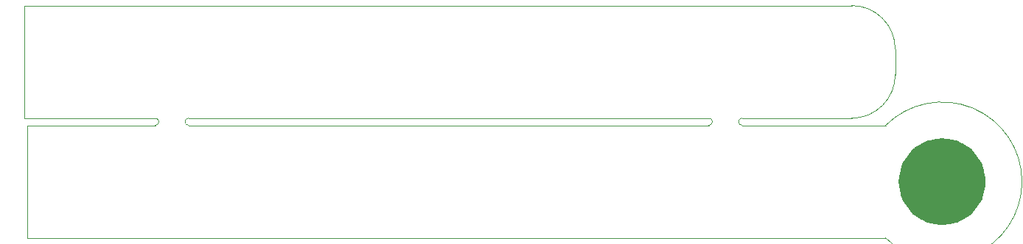
<source format=gbr>
%TF.GenerationSoftware,KiCad,Pcbnew,9.0.0*%
%TF.CreationDate,2025-03-22T15:43:37+01:00*%
%TF.ProjectId,Near-Field Probes,4e656172-2d46-4696-956c-642050726f62,1.0*%
%TF.SameCoordinates,Original*%
%TF.FileFunction,Profile,NP*%
%FSLAX46Y46*%
G04 Gerber Fmt 4.6, Leading zero omitted, Abs format (unit mm)*
G04 Created by KiCad (PCBNEW 9.0.0) date 2025-03-22 15:43:37*
%MOMM*%
%LPD*%
G01*
G04 APERTURE LIST*
%TA.AperFunction,Profile*%
%ADD10C,0.050000*%
%TD*%
%TA.AperFunction,Profile*%
%ADD11C,5.025000*%
%TD*%
G04 APERTURE END LIST*
D10*
X64700000Y-109575000D02*
G75*
G02*
X64687500Y-110399989I-12500J-412400D01*
G01*
X49974600Y-123374600D02*
X148591607Y-123374600D01*
X49674600Y-109574600D02*
X49674600Y-96600000D01*
X149691971Y-104566584D02*
X149687235Y-101612732D01*
X49674600Y-96600000D02*
X49700000Y-96600000D01*
X49974600Y-110400000D02*
X64687500Y-110400000D01*
X68512500Y-110400000D02*
G75*
G02*
X68512500Y-109575000I0J412500D01*
G01*
X49674600Y-109574600D02*
X64700000Y-109575000D01*
X144700000Y-109575086D02*
X132100000Y-109575000D01*
X149691971Y-104566584D02*
G75*
G02*
X144691977Y-109574577I-4999971J-8016D01*
G01*
X132100000Y-110400000D02*
G75*
G02*
X132100000Y-109575000I0J412500D01*
G01*
X68512500Y-109575000D02*
X128287486Y-109575000D01*
X148591606Y-110400001D02*
X132100000Y-110400000D01*
X128287500Y-109575000D02*
G75*
G02*
X128275000Y-110399989I-12500J-412400D01*
G01*
D11*
X157591406Y-116887300D02*
G75*
G02*
X152566406Y-116887300I-2512500J0D01*
G01*
X152566406Y-116887300D02*
G75*
G02*
X157591406Y-116887300I2512500J0D01*
G01*
D10*
X144687251Y-96600000D02*
G75*
G02*
X149687184Y-101612732I49J-4999900D01*
G01*
X68512500Y-110400000D02*
X128275000Y-110400000D01*
X148591606Y-110400000D02*
G75*
G02*
X148591606Y-123374600I6487294J-6487300D01*
G01*
X49974600Y-123374600D02*
X49974600Y-110400000D01*
X49700000Y-96600000D02*
X144687251Y-96600000D01*
M02*

</source>
